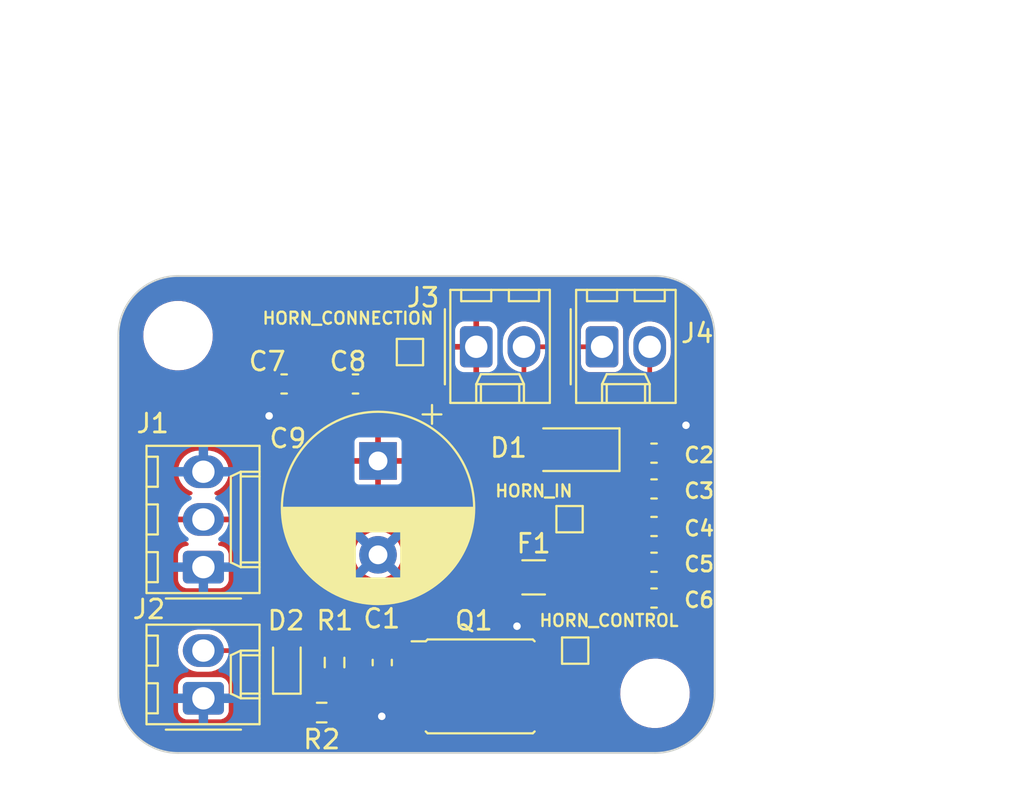
<source format=kicad_pcb>
(kicad_pcb (version 20221018) (generator pcbnew)
  (title_block (title "Horn Board") (date "2023-09-30") (rev "1.0") (company "Illini Solar Car") (comment 1 "Designed By: Emre Tan Anik"))
  (layers (0 "F.Cu" signal) (31 "B.Cu" signal) (34 "B.Paste" user) (35 "F.Paste" user) (36 "B.SilkS" user "B.Silkscreen") (37 "F.SilkS" user "F.Silkscreen") (38 "B.Mask" user) (39 "F.Mask" user) (44 "Edge.Cuts" user))
  (net 0 "")
  (net 1 "GND")
  (net 2 "/HORN_CONTROL")
  (net 3 "Net-(D2-K)")
  (net 4 "Net-(Q2-D)")
  (net 5 "/HORN_IN")
  (net 6 "+24V")
  (net 7 "Net-(J3-Pin_2)")
  (footprint "LED_SMD:LED_0603_1608Metric_Pad1.05x0.95mm_HandSolder" (layer "F.Cu") (at 62.945 103.135 90)
    (fp_text reference "D2" (at 2.235 -0.045 180) (layer "F.SilkS"))
    (fp_text value "LED")
    (fp_line (start -1.66 -0.735) (end -1.66 0.735) (stroke (width 0.12)) (layer "F.SilkS"))
    (fp_line (start -1.66 0.735) (end 0.8 0.735) (stroke (width 0.12)) (layer "F.SilkS"))
    (fp_line (start 0.8 -0.735) (end -1.66 -0.735) (stroke (width 0.12)) (layer "F.SilkS"))
    (pad "1" smd roundrect (at -0.875 0 90) (size 1.05 0.95) (layers "F.Cu" "F.Paste" "F.Mask") (net 3 "Net-(D2-K)"))
    (pad "2" smd roundrect (at 0.875 0 90) (size 1.05 0.95) (layers "F.Cu" "F.Paste" "F.Mask") (net 2 "/HORN_CONTROL"))
  )
  (footprint "Capacitor_SMD:C_0603_1608Metric_Pad1.08x0.95mm_HandSolder" (layer "F.Cu") (at 82.5 95.89 180)
    (fp_text reference "C4" (at -2.4 -0.105 180) (layer "F.SilkS") (effects (font (size 0.8 0.8))))
    (fp_text value "0.1uF")
    (fp_line (start -0.146267 -0.51) (end 0.146267 -0.51) (stroke (width 0.12)) (layer "F.SilkS"))
    (fp_line (start -0.146267 0.51) (end 0.146267 0.51) (stroke (width 0.12)) (layer "F.SilkS"))
    (pad "1" smd roundrect (at -0.8625 0 180) (size 1.075 0.95) (layers "F.Cu" "F.Paste" "F.Mask") (net 1 "GND"))
    (pad "2" smd roundrect (at 0.8625 0 180) (size 1.075 0.95) (layers "F.Cu" "F.Paste" "F.Mask") (net 6 "+24V"))
  )
  (footprint "Connector_Molex:Molex_KK-254_AE-6410-02A_1x02_P2.54mm_Vertical" (layer "F.Cu") (at 73.03 86.32)
    (fp_text reference "J3" (at -2.83 -2.62) (layer "F.SilkS"))
    (fp_text value "Conn_01x02")
    (fp_line (start -1.67 -2) (end -1.67 2) (stroke (width 0.12)) (layer "F.SilkS"))
    (fp_line (start -1.38 -3.03) (end -1.38 2.99) (stroke (width 0.12)) (layer "F.SilkS"))
    (fp_line (start -1.38 2.99) (end 3.92 2.99) (stroke (width 0.12)) (layer "F.SilkS"))
    (fp_line (start -0.8 -3.03) (end -0.8 -2.43) (stroke (width 0.12)) (layer "F.SilkS"))
    (fp_line (start -0.8 -2.43) (end 0.8 -2.43) (stroke (width 0.12)) (layer "F.SilkS"))
    (fp_line (start 0 1.99) (end 0.25 1.46) (stroke (width 0.12)) (layer "F.SilkS"))
    (fp_line (start 0 1.99) (end 2.54 1.99) (stroke (width 0.12)) (layer "F.SilkS"))
    (fp_line (start 0 2.99) (end 0 1.99) (stroke (width 0.12)) (layer "F.SilkS"))
    (fp_line (start 0.25 1.46) (end 2.29 1.46) (stroke (width 0.12)) (layer "F.SilkS"))
    (fp_line (start 0.25 2.99) (end 0.25 1.99) (stroke (width 0.12)) (layer "F.SilkS"))
    (fp_line (start 0.8 -2.43) (end 0.8 -3.03) (stroke (width 0.12)) (layer "F.SilkS"))
    (fp_line (start 1.74 -3.03) (end 1.74 -2.43) (stroke (width 0.12)) (layer "F.SilkS"))
    (fp_line (start 1.74 -2.43) (end 3.34 -2.43) (stroke (width 0.12)) (layer "F.SilkS"))
    (fp_line (start 2.29 1.46) (end 2.54 1.99) (stroke (width 0.12)) (layer "F.SilkS"))
    (fp_line (start 2.29 2.99) (end 2.29 1.99) (stroke (width 0.12)) (layer "F.SilkS"))
    (fp_line (start 2.54 1.99) (end 2.54 2.99) (stroke (width 0.12)) (layer "F.SilkS"))
    (fp_line (start 3.34 -2.43) (end 3.34 -3.03) (stroke (width 0.12)) (layer "F.SilkS"))
    (fp_line (start 3.92 -3.03) (end -1.38 -3.03) (stroke (width 0.12)) (layer "F.SilkS"))
    (fp_line (start 3.92 2.99) (end 3.92 -3.03) (stroke (width 0.12)) (layer "F.SilkS"))
    (pad "1" thru_hole roundrect (at 0 0) (size 1.74 2.19) (drill 1.19) (layers "*.Cu" "*.Mask") (roundrect_rratio 0.1436781609) (net 6 "+24V"))
    (pad "2" thru_hole oval (at 2.54 0) (size 1.74 2.19) (drill 1.19) (layers "*.Cu" "*.Mask") (net 7 "Net-(J3-Pin_2)"))
  )
  (footprint "TestPoint:TestPoint_Pad_1.0x1.0mm" (layer "F.Cu") (at 69.5 86.6)
    (fp_text reference "HORN_CONNECTION" (at -3.3 -1.8) (layer "F.SilkS") (effects (font (size 0.635 0.635) (thickness 0.127) bold)))
    (fp_text value "TestPoint_Pad_1.0x1.0mm")
    (fp_line (start -0.7 -0.7) (end 0.7 -0.7) (stroke (width 0.12)) (layer "F.SilkS"))
    (fp_line (start -0.7 0.7) (end -0.7 -0.7) (stroke (width 0.12)) (layer "F.SilkS"))
    (fp_line (start 0.7 -0.7) (end 0.7 0.7) (stroke (width 0.12)) (layer "F.SilkS"))
    (fp_line (start 0.7 0.7) (end -0.7 0.7) (stroke (width 0.12)) (layer "F.SilkS"))
    (pad "1" smd rect (at 0 0) (size 1 1) (layers "F.Cu" "F.Mask") (net 7 "Net-(J3-Pin_2)"))
  )
  (footprint "Capacitor_SMD:C_0603_1608Metric_Pad1.08x0.95mm_HandSolder" (layer "F.Cu") (at 68.025 103.135 90)
    (fp_text reference "C1" (at 2.335 -0.025 180) (layer "F.SilkS"))
    (fp_text value "0.1uF")
    (fp_line (start -0.146267 -0.51) (end 0.146267 -0.51) (stroke (width 0.12)) (layer "F.SilkS"))
    (fp_line (start -0.146267 0.51) (end 0.146267 0.51) (stroke (width 0.12)) (layer "F.SilkS"))
    (pad "1" smd roundrect (at -0.8625 0 90) (size 1.075 0.95) (layers "F.Cu" "F.Paste" "F.Mask") (net 1 "GND"))
    (pad "2" smd roundrect (at 0.8625 0 90) (size 1.075 0.95) (layers "F.Cu" "F.Paste" "F.Mask") (net 2 "/HORN_CONTROL"))
  )
  (footprint "Capacitor_SMD:C_0603_1608Metric_Pad1.08x0.95mm_HandSolder" (layer "F.Cu") (at 82.5 97.795 180)
    (fp_text reference "C5" (at -2.4 -0.105 180) (layer "F.SilkS") (effects (font (size 0.8 0.8))))
    (fp_text value "1uF")
    (fp_line (start -0.146267 -0.51) (end 0.146267 -0.51) (stroke (width 0.12)) (layer "F.SilkS"))
    (fp_line (start -0.146267 0.51) (end 0.146267 0.51) (stroke (width 0.12)) (layer "F.SilkS"))
    (pad "1" smd roundrect (at -0.8625 0 180) (size 1.075 0.95) (layers "F.Cu" "F.Paste" "F.Mask") (net 1 "GND"))
    (pad "2" smd roundrect (at 0.8625 0 180) (size 1.075 0.95) (layers "F.Cu" "F.Paste" "F.Mask") (net 6 "+24V"))
  )
  (footprint "MountingHole:MountingHole_3.2mm_M3" (layer "F.Cu") (at 82.55 104.775)
    (fp_text reference "REF**" hide)
    (fp_text value "MountingHole_3.2mm_M3")
    (pad "" np_thru_hole circle (at 0 0) (size 3.2 3.2) (drill 3.2) (layers "*.Cu" "*.Mask"))
  )
  (footprint "Diode_SMD:D_1206_3216Metric_Pad1.42x1.75mm_HandSolder" (layer "F.Cu") (at 78.2 91.8 180)
    (fp_text reference "D1" (at 3.45 0.1) (layer "F.SilkS"))
    (fp_text value "ES2DA-13-F ")
    (fp_line (start -2.46 -1.135) (end -2.46 1.135) (stroke (width 0.12)) (layer "F.SilkS"))
    (fp_line (start -2.46 1.135) (end 1.6 1.135) (stroke (width 0.12)) (layer "F.SilkS"))
    (fp_line (start 1.6 -1.135) (end -2.46 -1.135) (stroke (width 0.12)) (layer "F.SilkS"))
    (pad "1" smd roundrect (at -1.4875 0 180) (size 1.425 1.75) (layers "F.Cu" "F.Paste" "F.Mask") (roundrect_rratio 0.1754392982) (net 5 "/HORN_IN"))
    (pad "2" smd roundrect (at 1.4875 0 180) (size 1.425 1.75) (layers "F.Cu" "F.Paste" "F.Mask") (roundrect_rratio 0.1754392982) (net 6 "+24V"))
  )
  (footprint "Package_DirectFET:DirectFET_MT" (layer "F.Cu") (at 73.24 104.405)
    (fp_text reference "Q1" (at -0.34 -3.5) (layer "F.SilkS"))
    (fp_text value "IRFR010PBF ")
    (fp_line (start -3.65 -2.4) (end -2.9 -2.4) (stroke (width 0.12)) (layer "F.SilkS"))
    (fp_line (start -2.9 -2.4) (end -2.8 -2.5) (stroke (width 0.12)) (layer "F.SilkS"))
    (fp_line (start -2.8 -2.5) (end 2.8 -2.5) (stroke (width 0.12)) (layer "F.SilkS"))
    (fp_line (start -2.8 2.5) (end -2.9 2.4) (stroke (width 0.12)) (layer "F.SilkS"))
    (fp_line (start 2.8 -2.5) (end 2.9 -2.4) (stroke (width 0.12)) (layer "F.SilkS"))
    (fp_line (start 2.8 2.5) (end -2.8 2.5) (stroke (width 0.12)) (layer "F.SilkS"))
    (fp_line (start 2.9 2.4) (end 2.8 2.5) (stroke (width 0.12)) (layer "F.SilkS"))
    (pad "1" smd rect (at -3.205 -1.175) (size 0.9 1.85) (layers "F.Cu" "F.Paste" "F.Mask") (net 2 "/HORN_CONTROL"))
    (pad "1" smd rect (at -3.205 1.175) (size 0.9 1.85) (layers "F.Cu" "F.Paste" "F.Mask") (net 2 "/HORN_CONTROL"))
    (pad "1" smd rect (at 3.205 -1.175) (size 0.9 1.85) (layers "F.Cu" "F.Paste" "F.Mask") (net 2 "/HORN_CONTROL"))
    (pad "1" smd rect (at 3.205 1.175) (size 0.9 1.85) (layers "F.Cu" "F.Paste" "F.Mask") (net 2 "/HORN_CONTROL"))
    (pad "2" smd rect (at -1.405 0) (size 0.85 0.95) (layers "F.Cu" "F.Paste" "F.Mask") (net 4 "Net-(Q2-D)"))
    (pad "3" smd rect (at 0.695 -0.825) (size 1.85 1.05) (layers "F.Cu" "F.Paste" "F.Mask") (net 1 "GND"))
    (pad "3" smd rect (at 0.695 0.825) (size 1.85 1.05) (layers "F.Cu" "F.Paste" "F.Mask") (net 1 "GND"))
  )
  (footprint "Capacitor_SMD:C_0603_1608Metric_Pad1.08x0.95mm_HandSolder" (layer "F.Cu") (at 82.5 99.7 180)
    (fp_text reference "C6" (at -2.4 -0.105 180) (layer "F.SilkS") (effects (font (size 0.8 0.8))))
    (fp_text value "1uF")
    (fp_line (start -0.146267 -0.51) (end 0.146267 -0.51) (stroke (width 0.12)) (layer "F.SilkS"))
    (fp_line (start -0.146267 0.51) (end 0.146267 0.51) (stroke (width 0.12)) (layer "F.SilkS"))
    (pad "1" smd roundrect (at -0.8625 0 180) (size 1.075 0.95) (layers "F.Cu" "F.Paste" "F.Mask") (net 1 "GND"))
    (pad "2" smd roundrect (at 0.8625 0 180) (size 1.075 0.95) (layers "F.Cu" "F.Paste" "F.Mask") (net 6 "+24V"))
  )
  (footprint "Fuse:Fuse_1206_3216Metric_Pad1.42x1.75mm_HandSolder" (layer "F.Cu") (at 76.0875 98.6)
    (fp_text reference "F1" (at 0 -1.8) (layer "F.SilkS"))
    (fp_text value "2A Fuse")
    (fp_line (start -0.602064 -0.91) (end 0.602064 -0.91) (stroke (width 0.12)) (layer "F.SilkS"))
    (fp_line (start -0.602064 0.91) (end 0.602064 0.91) (stroke (width 0.12)) (layer "F.SilkS"))
    (pad "1" smd roundrect (at -1.4875 0) (size 1.425 1.75) (layers "F.Cu" "F.Paste" "F.Mask") (roundrect_rratio 0.1754392982) (net 4 "Net-(Q2-D)"))
    (pad "2" smd roundrect (at 1.4875 0) (size 1.425 1.75) (layers "F.Cu" "F.Paste" "F.Mask") (roundrect_rratio 0.1754392982) (net 5 "/HORN_IN"))
  )
  (footprint "TestPoint:TestPoint_Pad_1.0x1.0mm" (layer "F.Cu") (at 78 95.5)
    (fp_text reference "HORN_IN" (at -1.9 -1.5) (layer "F.SilkS") (effects (font (size 0.635 0.635) (thickness 0.127) bold)))
    (fp_text value "TestPoint_Pad_1.0x1.0mm")
    (fp_line (start -0.7 -0.7) (end 0.7 -0.7) (stroke (width 0.12)) (layer "F.SilkS"))
    (fp_line (start -0.7 0.7) (end -0.7 -0.7) (stroke (width 0.12)) (layer "F.SilkS"))
    (fp_line (start 0.7 -0.7) (end 0.7 0.7) (stroke (width 0.12)) (layer "F.SilkS"))
    (fp_line (start 0.7 0.7) (end -0.7 0.7) (stroke (width 0.12)) (layer "F.SilkS"))
    (pad "1" smd rect (at 0 0) (size 1 1) (layers "F.Cu" "F.Mask") (net 5 "/HORN_IN"))
  )
  (footprint "Capacitor_SMD:C_0603_1608Metric_Pad1.08x0.95mm_HandSolder" (layer "F.Cu") (at 62.8 88.3)
    (fp_text reference "C7" (at -0.9 -1.2) (layer "F.SilkS"))
    (fp_text value "10uF")
    (fp_line (start -0.146267 -0.51) (end 0.146267 -0.51) (stroke (width 0.12)) (layer "F.SilkS"))
    (fp_line (start -0.146267 0.51) (end 0.146267 0.51) (stroke (width 0.12)) (layer "F.SilkS"))
    (pad "1" smd roundrect (at -0.8625 0) (size 1.075 0.95) (layers "F.Cu" "F.Paste" "F.Mask") (net 1 "GND"))
    (pad "2" smd roundrect (at 0.8625 0) (size 1.075 0.95) (layers "F.Cu" "F.Paste" "F.Mask") (net 6 "+24V"))
  )
  (footprint "Connector_Molex:Molex_KK-254_AE-6410-03A_1x03_P2.54mm_Vertical" (layer "F.Cu") (at 58.5 98.055 90)
    (fp_text reference "J1" (at 7.655 -2.7 180) (layer "F.SilkS"))
    (fp_text value "Conn_01x03")
    (fp_line (start -1.67 -2) (end -1.67 2) (stroke (width 0.12)) (layer "F.SilkS"))
    (fp_line (start -1.38 -3.03) (end -1.38 2.99) (stroke (width 0.12)) (layer "F.SilkS"))
    (fp_line (start -1.38 2.99) (end 6.46 2.99) (stroke (width 0.12)) (layer "F.SilkS"))
    (fp_line (start -0.8 -3.03) (end -0.8 -2.43) (stroke (width 0.12)) (layer "F.SilkS"))
    (fp_line (start -0.8 -2.43) (end 0.8 -2.43) (stroke (width 0.12)) (layer "F.SilkS"))
    (fp_line (start 0 1.99) (end 0.25 1.46) (stroke (width 0.12)) (layer "F.SilkS"))
    (fp_line (start 0 1.99) (end 5.08 1.99) (stroke (width 0.12)) (layer "F.SilkS"))
    (fp_line (start 0 2.99) (end 0 1.99) (stroke (width 0.12)) (layer "F.SilkS"))
    (fp_line (start 0.25 1.46) (end 4.83 1.46) (stroke (width 0.12)) (layer "F.SilkS"))
    (fp_line (start 0.25 2.99) (end 0.25 1.99) (stroke (width 0.12)) (layer "F.SilkS"))
    (fp_line (start 0.8 -2.43) (end 0.8 -3.03) (stroke (width 0.12)) (layer "F.SilkS"))
    (fp_line (start 1.74 -3.03) (end 1.74 -2.43) (stroke (width 0.12)) (layer "F.SilkS"))
    (fp_line (start 1.74 -2.43) (end 3.34 -2.43) (stroke (width 0.12)) (layer "F.SilkS"))
    (fp_line (start 3.34 -2.43) (end 3.34 -3.03) (stroke (width 0.12)) (layer "F.SilkS"))
    (fp_line (start 4.28 -3.03) (end 4.28 -2.43) (stroke (width 0.12)) (layer "F.SilkS"))
    (fp_line (start 4.28 -2.43) (end 5.88 -2.43) (stroke (width 0.12)) (layer "F.SilkS"))
    (fp_line (start 4.83 1.46) (end 5.08 1.99) (stroke (width 0.12)) (layer "F.SilkS"))
    (fp_line (start 4.83 2.99) (end 4.83 1.99) (stroke (width 0.12)) (layer "F.SilkS"))
    (fp_line (start 5.08 1.99) (end 5.08 2.99) (stroke (width 0.12)) (layer "F.SilkS"))
    (fp_line (start 5.88 -2.43) (end 5.88 -3.03) (stroke (width 0.12)) (layer "F.SilkS"))
    (fp_line (start 6.46 -3.03) (end -1.38 -3.03) (stroke (width 0.12)) (layer "F.SilkS"))
    (fp_line (start 6.46 2.99) (end 6.46 -3.03) (stroke (width 0.12)) (layer "F.SilkS"))
    (pad "1" thru_hole roundrect (at 0 0 90) (size 1.74 2.19) (drill 1.19) (layers "*.Cu" "*.Mask") (roundrect_rratio 0.1436781609) (net 1 "GND"))
    (pad "2" thru_hole oval (at 2.54 0 90) (size 1.74 2.19) (drill 1.19) (layers "*.Cu" "*.Mask") (net 6 "+24V"))
    (pad "3" thru_hole oval (at 5.08 0 90) (size 1.74 2.19) (drill 1.19) (layers "*.Cu" "*.Mask") (net 1 "GND"))
  )
  (footprint "Resistor_SMD:R_0603_1608Metric_Pad0.98x0.95mm_HandSolder" (layer "F.Cu") (at 64.8 105.8 180)
    (fp_text reference "R2" (at 0 -1.43) (layer "F.SilkS"))
    (fp_text value "1K")
    (fp_line (start -0.254724 -0.5225) (end 0.254724 -0.5225) (stroke (width 0.12)) (layer "F.SilkS"))
    (fp_line (start -0.254724 0.5225) (end 0.254724 0.5225) (stroke (width 0.12)) (layer "F.SilkS"))
    (pad "1" smd roundrect (at -0.9125 0 180) (size 0.975 0.95) (layers "F.Cu" "F.Paste" "F.Mask") (net 1 "GND"))
    (pad "2" smd roundrect (at 0.9125 0 180) (size 0.975 0.95) (layers "F.Cu" "F.Paste" "F.Mask") (net 3 "Net-(D2-K)"))
  )
  (footprint "Capacitor_SMD:C_0603_1608Metric_Pad1.08x0.95mm_HandSolder" (layer "F.Cu") (at 82.5 91.985 180)
    (fp_text reference "C2" (at -2.4 -0.105 180) (layer "F.SilkS") (effects (font (size 0.8 0.8))))
    (fp_text value "0.1uF")
    (fp_line (start -0.146267 -0.51) (end 0.146267 -0.51) (stroke (width 0.12)) (layer "F.SilkS"))
    (fp_line (start -0.146267 0.51) (end 0.146267 0.51) (stroke (width 0.12)) (layer "F.SilkS"))
    (pad "1" smd roundrect (at -0.8625 0 180) (size 1.075 0.95) (layers "F.Cu" "F.Paste" "F.Mask") (net 1 "GND"))
    (pad "2" smd roundrect (at 0.8625 0 180) (size 1.075 0.95) (layers "F.Cu" "F.Paste" "F.Mask") (net 6 "+24V"))
  )
  (footprint "Connector_Molex:Molex_KK-254_AE-6410-02A_1x02_P2.54mm_Vertical" (layer "F.Cu") (at 58.5 105.04 90)
    (fp_text reference "J2" (at 4.74 -2.9 180) (layer "F.SilkS"))
    (fp_text value "Conn_01x02")
    (fp_line (start -1.67 -2) (end -1.67 2) (stroke (width 0.12)) (layer "F.SilkS"))
    (fp_line (start -1.38 -3.03) (end -1.38 2.99) (stroke (width 0.12)) (layer "F.SilkS"))
    (fp_line (start -1.38 2.99) (end 3.92 2.99) (stroke (width 0.12)) (layer "F.SilkS"))
    (fp_line (start -0.8 -3.03) (end -0.8 -2.43) (stroke (width 0.12)) (layer "F.SilkS"))
    (fp_line (start -0.8 -2.43) (end 0.8 -2.43) (stroke (width 0.12)) (layer "F.SilkS"))
    (fp_line (start 0 1.99) (end 0.25 1.46) (stroke (width 0.12)) (layer "F.SilkS"))
    (fp_line (start 0 1.99) (end 2.54 1.99) (stroke (width 0.12)) (layer "F.SilkS"))
    (fp_line (start 0 2.99) (end 0 1.99) (stroke (width 0.12)) (layer "F.SilkS"))
    (fp_line (start 0.25 1.46) (end 2.29 1.46) (stroke (width 0.12)) (layer "F.SilkS"))
    (fp_line (start 0.25 2.99) (end 0.25 1.99) (stroke (width 0.12)) (layer "F.SilkS"))
    (fp_line (start 0.8 -2.43) (end 0.8 -3.03) (stroke (width 0.12)) (layer "F.SilkS"))
    (fp_line (start 1.74 -3.03) (end 1.74 -2.43) (stroke (width 0.12)) (layer "F.SilkS"))
    (fp_line (start 1.74 -2.43) (end 3.34 -2.43) (stroke (width 0.12)) (layer "F.SilkS"))
    (fp_line (start 2.29 1.46) (end 2.54 1.99) (stroke (width 0.12)) (layer "F.SilkS"))
    (fp_line (start 2.29 2.99) (end 2.29 1.99) (stroke (width 0.12)) (layer "F.SilkS"))
    (fp_line (start 2.54 1.99) (end 2.54 2.99) (stroke (width 0.12)) (layer "F.SilkS"))
    (fp_line (start 3.34 -2.43) (end 3.34 -3.03) (stroke (width 0.12)) (layer "F.SilkS"))
    (fp_line (start 3.92 -3.03) (end -1.38 -3.03) (stroke (width 0.12)) (layer "F.SilkS"))
    (fp_line (start 3.92 2.99) (end 3.92 -3.03) (stroke (width 0.12)) (layer "F.SilkS"))
    (pad "1" thru_hole roundrect (at 0 0 90) (size 1.74 2.19) (drill 1.19) (layers "*.Cu" "*.Mask") (roundrect_rratio 0.1436781609) (net 1 "GND"))
    (pad "2" thru_hole oval (at 2.54 0 90) (size 1.74 2.19) (drill 1.19) (layers "*.Cu" "*.Mask") (net 2 "/HORN_CONTROL"))
  )
  (footprint "Capacitor_SMD:C_0603_1608Metric_Pad1.08x0.95mm_HandSolder" (layer "F.Cu") (at 66.6 88.3)
    (fp_text reference "C8" (at -0.4 -1.2) (layer "F.SilkS"))
    (fp_text value "10uF")
    (fp_line (start -0.146267 -0.51) (end 0.146267 -0.51) (stroke (width 0.12)) (layer "F.SilkS"))
    (fp_line (start -0.146267 0.51) (end 0.146267 0.51) (stroke (width 0.12)) (layer "F.SilkS"))
    (pad "1" smd roundrect (at -0.8625 0) (size 1.075 0.95) (layers "F.Cu" "F.Paste" "F.Mask") (net 1 "GND"))
    (pad "2" smd roundrect (at 0.8625 0) (size 1.075 0.95) (layers "F.Cu" "F.Paste" "F.Mask") (net 6 "+24V"))
  )
  (footprint "MountingHole:MountingHole_3.2mm_M3" (layer "F.Cu") (at 57.15 85.725)
    (fp_text reference "REF**" hide)
    (fp_text value "MountingHole_3.2mm_M3")
    (pad "" np_thru_hole circle (at 0 0) (size 3.2 3.2) (drill 3.2) (layers "*.Cu" "*.Mask"))
  )
  (footprint "TestPoint:TestPoint_Pad_1.0x1.0mm" (layer "F.Cu") (at 78.3 102.5)
    (fp_text reference "HORN_CONTROL" (at 1.8 -1.6) (layer "F.SilkS") (effects (font (size 0.635 0.635) (thickness 0.127) bold)))
    (fp_text value "TestPoint_Pad_1.0x1.0mm")
    (fp_line (start -0.7 -0.7) (end 0.7 -0.7) (stroke (width 0.12)) (layer "F.SilkS"))
    (fp_line (start -0.7 0.7) (end -0.7 -0.7) (stroke (width 0.12)) (layer "F.SilkS"))
    (fp_line (start 0.7 -0.7) (end 0.7 0.7) (stroke (width 0.12)) (layer "F.SilkS"))
    (fp_line (start 0.7 0.7) (end -0.7 0.7) (stroke (width 0.12)) (layer "F.SilkS"))
    (pad "1" smd rect (at 0 0) (size 1 1) (layers "F.Cu" "F.Mask") (net 2 "/HORN_CONTROL"))
  )
  (footprint "Resistor_SMD:R_0603_1608Metric_Pad0.98x0.95mm_HandSolder" (layer "F.Cu") (at 65.485 103.135 90)
    (fp_text reference "R1" (at 2.235 0.015 180) (layer "F.SilkS"))
    (fp_text value "1K")
    (fp_line (start -0.254724 -0.5225) (end 0.254724 -0.5225) (stroke (width 0.12)) (layer "F.SilkS"))
    (fp_line (start -0.254724 0.5225) (end 0.254724 0.5225) (stroke (width 0.12)) (layer "F.SilkS"))
    (pad "1" smd roundrect (at -0.9125 0 90) (size 0.975 0.95) (layers "F.Cu" "F.Paste" "F.Mask") (net 1 "GND"))
    (pad "2" smd roundrect (at 0.9125 0 90) (size 0.975 0.95) (layers "F.Cu" "F.Paste" "F.Mask") (net 2 "/HORN_CONTROL"))
  )
  (footprint "Connector_Molex:Molex_KK-254_AE-6410-02A_1x02_P2.54mm_Vertical" (layer "F.Cu") (at 79.73 86.32)
    (fp_text reference "J4" (at 5.07 -0.72) (layer "F.SilkS"))
    (fp_text value "Conn_01x02")
    (fp_line (start -1.67 -2) (end -1.67 2) (stroke (width 0.12)) (layer "F.SilkS"))
    (fp_line (start -1.38 -3.03) (end -1.38 2.99) (stroke (width 0.12)) (layer "F.SilkS"))
    (fp_line (start -1.38 2.99) (end 3.92 2.99) (stroke (width 0.12)) (layer "F.SilkS"))
    (fp_line (start -0.8 -3.03) (end -0.8 -2.43) (stroke (width 0.12)) (layer "F.SilkS"))
    (fp_line (start -0.8 -2.43) (end 0.8 -2.43) (stroke (width 0.12)) (layer "F.SilkS"))
    (fp_line (start 0 1.99) (end 0.25 1.46) (stroke (width 0.12)) (layer "F.SilkS"))
    (fp_line (start 0 1.99) (end 2.54 1.99) (stroke (width 0.12)) (layer "F.SilkS"))
    (fp_line (start 0 2.99) (end 0 1.99) (stroke (width 0.12)) (layer "F.SilkS"))
    (fp_line (start 0.25 1.46) (end 2.29 1.46) (stroke (width 0.12)) (layer "F.SilkS"))
    (fp_line (start 0.25 2.99) (end 0.25 1.99) (stroke (width 0.12)) (layer "F.SilkS"))
    (fp_line (start 0.8 -2.43) (end 0.8 -3.03) (stroke (width 0.12)) (layer "F.SilkS"))
    (fp_line (start 1.74 -3.03) (end 1.74 -2.43) (stroke (width 0.12)) (layer "F.SilkS"))
    (fp_line (start 1.74 -2.43) (end 3.34 -2.43) (stroke (width 0.12)) (layer "F.SilkS"))
    (fp_line (start 2.29 1.46) (end 2.54 1.99) (stroke (width 0.12)) (layer "F.SilkS"))
    (fp_line (start 2.29 2.99) (end 2.29 1.99) (stroke (width 0.12)) (layer "F.SilkS"))
    (fp_line (start 2.54 1.99) (end 2.54 2.99) (stroke (width 0.12)) (layer "F.SilkS"))
    (fp_line (start 3.34 -2.43) (end 3.34 -3.03) (stroke (width 0.12)) (layer "F.SilkS"))
    (fp_line (start 3.92 -3.03) (end -1.38 -3.03) (stroke (width 0.12)) (layer "F.SilkS"))
    (fp_line (start 3.92 2.99) (end 3.92 -3.03) (stroke (width 0.12)) (layer "F.SilkS"))
    (pad "1" thru_hole roundrect (at 0 0) (size 1.74 2.19) (drill 1.19) (layers "*.Cu" "*.Mask") (roundrect_rratio 0.1436781609) (net 7 "Net-(J3-Pin_2)"))
    (pad "2" thru_hole oval (at 2.54 0) (size 1.74 2.19) (drill 1.19) (layers "*.Cu" "*.Mask") (net 5 "/HORN_IN"))
  )
  (footprint "Capacitor_SMD:C_0603_1608Metric_Pad1.08x0.95mm_HandSolder" (layer "F.Cu") (at 82.5 93.89 180)
    (fp_text reference "C3" (at -2.4 -0.105 180) (layer "F.SilkS") (effects (font (size 0.8 0.8))))
    (fp_text value "0.1uF")
    (fp_line (start -0.146267 -0.51) (end 0.146267 -0.51) (stroke (width 0.12)) (layer "F.SilkS"))
    (fp_line (start -0.146267 0.51) (end 0.146267 0.51) (stroke (width 0.12)) (layer "F.SilkS"))
    (pad "1" smd roundrect (at -0.8625 0 180) (size 1.075 0.95) (layers "F.Cu" "F.Paste" "F.Mask") (net 1 "GND"))
    (pad "2" smd roundrect (at 0.8625 0 180) (size 1.075 0.95) (layers "F.Cu" "F.Paste" "F.Mask") (net 6 "+24V"))
  )
  (footprint "Capacitor_THT:CP_Radial_D10.0mm_P5.00mm" (layer "F.Cu") (at 67.8 92.4 -90)
    (fp_text reference "C9" (at -1.2 4.8 -180) (layer "F.SilkS"))
    (fp_text value "100uF")
    (fp_line (start -2.979646 -2.875) (end -1.979646 -2.875) (stroke (width 0.12)) (layer "F.SilkS"))
    (fp_line (start -2.479646 -3.375) (end -2.479646 -2.375) (stroke (width 0.12)) (layer "F.SilkS"))
    (fp_line (start 2.5 -5.08) (end 2.5 5.08) (stroke (width 0.12)) (layer "F.SilkS"))
    (fp_line (start 2.54 -5.08) (end 2.54 5.08) (stroke (width 0.12)) (layer "F.SilkS"))
    (fp_line (start 2.58 -5.08) (end 2.58 5.08) (stroke (width 0.12)) (layer "F.SilkS"))
    (fp_line (start 2.62 -5.079) (end 2.62 5.079) (stroke (width 0.12)) (layer "F.SilkS"))
    (fp_line (start 2.66 -5.078) (end 2.66 5.078) (stroke (width 0.12)) (layer "F.SilkS"))
    (fp_line (start 2.7 -5.077) (end 2.7 5.077) (stroke (width 0.12)) (layer "F.SilkS"))
    (fp_line (start 2.74 -5.075) (end 2.74 5.075) (stroke (width 0.12)) (layer "F.SilkS"))
    (fp_line (start 2.78 -5.073) (end 2.78 5.073) (stroke (width 0.12)) (layer "F.SilkS"))
    (fp_line (start 2.82 -5.07) (end 2.82 5.07) (stroke (width 0.12)) (layer "F.SilkS"))
    (fp_line (start 2.86 -5.068) (end 2.86 5.068) (stroke (width 0.12)) (layer "F.SilkS"))
    (fp_line (start 2.9 -5.065) (end 2.9 5.065) (stroke (width 0.12)) (layer "F.SilkS"))
    (fp_line (start 2.94 -5.062) (end 2.94 5.062) (stroke (width 0.12)) (layer "F.SilkS"))
    (fp_line (start 2.98 -5.058) (end 2.98 5.058) (stroke (width 0.12)) (layer "F.SilkS"))
    (fp_line (start 3.02 -5.054) (end 3.02 5.054) (stroke (width 0.12)) (layer "F.SilkS"))
    (fp_line (start 3.06 -5.05) (end 3.06 5.05) (stroke (width 0.12)) (layer "F.SilkS"))
    (fp_line (start 3.1 -5.045) (end 3.1 5.045) (stroke (width 0.12)) (layer "F.SilkS"))
    (fp_line (start 3.14 -5.04) (end 3.14 5.04) (stroke (width 0.12)) (layer "F.SilkS"))
    (fp_line (start 3.18 -5.035) (end 3.18 5.035) (stroke (width 0.12)) (layer "F.SilkS"))
    (fp_line (start 3.221 -5.03) (end 3.221 5.03) (stroke (width 0.12)) (layer "F.SilkS"))
    (fp_line (start 3.261 -5.024) (end 3.261 5.024) (stroke (width 0.12)) (layer "F.SilkS"))
    (fp_line (start 3.301 -5.018) (end 3.301 5.018) (stroke (width 0.12)) (layer "F.SilkS"))
    (fp_line (start 3.341 -5.011) (end 3.341 5.011) (stroke (width 0.12)) (layer "F.SilkS"))
    (fp_line (start 3.381 -5.004) (end 3.381 5.004) (stroke (width 0.12)) (layer "F.SilkS"))
    (fp_line (start 3.421 -4.997) (end 3.421 4.997) (stroke (width 0.12)) (layer "F.SilkS"))
    (fp_line (start 3.461 -4.99) (end 3.461 4.99) (stroke (width 0.12)) (layer "F.SilkS"))
    (fp_line (start 3.501 -4.982) (end 3.501 4.982) (stroke (width 0.12)) (layer "F.SilkS"))
    (fp_line (start 3.541 -4.974) (end 3.541 4.974) (stroke (width 0.12)) (layer "F.SilkS"))
    (fp_line (start 3.581 -4.965) (end 3.581 4.965) (stroke (width 0.12)) (layer "F.SilkS"))
    (fp_line (start 3.621 -4.956) (end 3.621 4.956) (stroke (width 0.12)) (layer "F.SilkS"))
    (fp_line (start 3.661 -4.947) (end 3.661 4.947) (stroke (width 0.12)) (layer "F.SilkS"))
    (fp_line (start 3.701 -4.938) (end 3.701 4.938) (stroke (width 0.12)) (layer "F.SilkS"))
    (fp_line (start 3.741 -4.928) (end 3.741 4.928) (stroke (width 0.12)) (layer "F.SilkS"))
    (fp_line (start 3.781 -4.918) (end 3.781 -1.241) (stroke (width 0.12)) (layer "F.SilkS"))
    (fp_line (start 3.781 1.241) (end 3.781 4.918) (stroke (width 0.12)) (layer "F.SilkS"))
    (fp_line (start 3.821 -4.907) (end 3.821 -1.241) (stroke (width 0.12)) (layer "F.SilkS"))
    (fp_line (start 3.821 1.241) (end 3.821 4.907) (stroke (width 0.12)) (layer "F.SilkS"))
    (fp_line (start 3.861 -4.897) (end 3.861 -1.241) (stroke (width 0.12)) (layer "F.SilkS"))
    (fp_line (start 3.861 1.241) (end 3.861 4.897) (stroke (width 0.12)) (layer "F.SilkS"))
    (fp_line (start 3.901 -4.885) (end 3.901 -1.241) (stroke (width 0.12)) (layer "F.SilkS"))
    (fp_line (start 3.901 1.241) (end 3.901 4.885) (stroke (width 0.12)) (layer "F.SilkS"))
    (fp_line (start 3.941 -4.874) (end 3.941 -1.241) (stroke (width 0.12)) (layer "F.SilkS"))
    (fp_line (start 3.941 1.241) (end 3.941 4.874) (stroke (width 0.12)) (layer "F.SilkS"))
    (fp_line (start 3.981 -4.862) (end 3.981 -1.241) (stroke (width 0.12)) (layer "F.SilkS"))
    (fp_line (start 3.981 1.241) (end 3.981 4.862) (stroke (width 0.12)) (layer "F.SilkS"))
    (fp_line (start 4.021 -4.85) (end 4.021 -1.241) (stroke (width 0.12)) (layer "F.SilkS"))
    (fp_line (start 4.021 1.241) (end 4.021 4.85) (stroke (width 0.12)) (layer "F.SilkS"))
    (fp_line (start 4.061 -4.837) (end 4.061 -1.241) (stroke (width 0.12)) (layer "F.SilkS"))
    (fp_line (start 4.061 1.241) (end 4.061 4.837) (stroke (width 0.12)) (layer "F.SilkS"))
    (fp_line (start 4.101 -4.824) (end 4.101 -1.241) (stroke (width 0.12)) (layer "F.SilkS"))
    (fp_line (start 4.101 1.241) (end 4.101 4.824) (stroke (width 0.12)) (layer "F.SilkS"))
    (fp_line (start 4.141 -4.811) (end 4.141 -1.241) (stroke (width 0.12)) (layer "F.SilkS"))
    (fp_line (start 4.141 1.241) (end 4.141 4.811) (stroke (width 0.12)) (layer "F.SilkS"))
    (fp_line (start 4.181 -4.797) (end 4.181 -1.241) (stroke (width 0.12)) (layer "F.SilkS"))
    (fp_line (start 4.181 1.241) (end 4.181 4.797) (stroke (width 0.12)) (layer "F.SilkS"))
    (fp_line (start 4.221 -4.783) (end 4.221 -1.241) (stroke (width 0.12)) (layer "F.SilkS"))
    (fp_line (start 4.221 1.241) (end 4.221 4.783) (stroke (width 0.12)) (layer "F.SilkS"))
    (fp_line (start 4.261 -4.768) (end 4.261 -1.241) (stroke (width 0.12)) (layer "F.SilkS"))
    (fp_line (start 4.261 1.241) (end 4.261 4.768) (stroke (width 0.12)) (layer "F.SilkS"))
    (fp_line (start 4.301 -4.754) (end 4.301 -1.241) (stroke (width 0.12)) (layer "F.SilkS"))
    (fp_line (start 4.301 1.241) (end 4.301 4.754) (stroke (width 0.12)) (layer "F.SilkS"))
    (fp_line (start 4.341 -4.738) (end 4.341 -1.241) (stroke (width 0.12)) (layer "F.SilkS"))
    (fp_line (start 4.341 1.241) (end 4.341 4.738) (stroke (width 0.12)) (layer "F.SilkS"))
    (fp_line (start 4.381 -4.723) (end 4.381 -1.241) (stroke (width 0.12)) (layer "F.SilkS"))
    (fp_line (start 4.381 1.241) (end 4.381 4.723) (stroke (width 0.12)) (layer "F.SilkS"))
    (fp_line (start 4.421 -4.707) (end 4.421 -1.241) (stroke (width 0.12)) (layer "F.SilkS"))
    (fp_line (start 4.421 1.241) (end 4.421 4.707) (stroke (width 0.12)) (layer "F.SilkS"))
    (fp_line (start 4.461 -4.69) (end 4.461 -1.241) (stroke (width 0.12)) (layer "F.SilkS"))
    (fp_line (start 4.461 1.241) (end 4.461 4.69) (stroke (width 0.12)) (layer "F.SilkS"))
    (fp_line (start 4.501 -4.674) (end 4.501 -1.241) (stroke (width 0.12)) (layer "F.SilkS"))
    (fp_line (start 4.501 1.241) (end 4.501 4.674) (stroke (width 0.12)) (layer "F.SilkS"))
    (fp_line (start 4.541 -4.657) (end 4.541 -1.241) (stroke (width 0.12)) (layer "F.SilkS"))
    (fp_line (start 4.541 1.241) (end 4.541 4.657) (stroke (width 0.12)) (layer "F.SilkS"))
    (fp_line (start 4.581 -4.639) (end 4.581 -1.241) (stroke (width 0.12)) (layer "F.SilkS"))
    (fp_line (start 4.581 1.241) (end 4.581 4.639) (stroke (width 0.12)) (layer "F.SilkS"))
    (fp_line (start 4.621 -4.621) (end 4.621 -1.241) (stroke (width 0.12)) (layer "F.SilkS"))
    (fp_line (start 4.621 1.241) (end 4.621 4.621) (stroke (width 0.12)) (layer "F.SilkS"))
    (fp_line (start 4.661 -4.603) (end 4.661 -1.241) (stroke (width 0.12)) (layer "F.SilkS"))
    (fp_line (start 4.661 1.241) (end 4.661 4.603) (stroke (width 0.12)) (layer "F.SilkS"))
    (fp_line (start 4.701 -4.584) (end 4.701 -1.241) (stroke (width 0.12)) (layer "F.SilkS"))
    (fp_line (start 4.701 1.241) (end 4.701 4.584) (stroke (width 0.12)) (layer "F.SilkS"))
    (fp_line (start 4.741 -4.564) (end 4.741 -1.241) (stroke (width 0.12)) (layer "F.SilkS"))
    (fp_line (start 4.741 1.241) (end 4.741 4.564) (stroke (width 0.12)) (layer "F.SilkS"))
    (fp_line (start 4.781 -4.545) (end 4.781 -1.241) (stroke (width 0.12)) (layer "F.SilkS"))
    (fp_line (start 4.781 1.241) (end 4.781 4.545) (stroke (width 0.12)) (layer "F.SilkS"))
    (fp_line (start 4.821 -4.525) (end 4.821 -1.241) (stroke (width 0.12)) (layer "F.SilkS"))
    (fp_line (start 4.821 1.241) (end 4.821 4.525) (stroke (width 0.12)) (layer "F.SilkS"))
    (fp_line (start 4.861 -4.504) (end 4.861 -1.241) (stroke (width 0.12)) (layer "F.SilkS"))
    (fp_line (start 4.861 1.241) (end 4.861 4.504) (stroke (width 0.12)) (layer "F.SilkS"))
    (fp_line (start 4.901 -4.483) (end 4.901 -1.241) (stroke (width 0.12)) (layer "F.SilkS"))
    (fp_line (start 4.901 1.241) (end 4.901 4.483) (stroke (width 0.12)) (layer "F.SilkS"))
    (fp_line (start 4.941 -4.462) (end 4.941 -1.241) (stroke (width 0.12)) (layer "F.SilkS"))
    (fp_line (start 4.941 1.241) (end 4.941 4.462) (stroke (width 0.12)) (layer "F.SilkS"))
    (fp_line (start 4.981 -4.44) (end 4.981 -1.241) (stroke (width 0.12)) (layer "F.SilkS"))
    (fp_line (start 4.981 1.241) (end 4.981 4.44) (stroke (width 0.12)) (layer "F.SilkS"))
    (fp_line (start 5.021 -4.417) (end 5.021 -1.241) (stroke (width 0.12)) (layer "F.SilkS"))
    (fp_line (start 5.021 1.241) (end 5.021 4.417) (stroke (width 0.12)) (layer "F.SilkS"))
    (fp_line (start 5.061 -4.395) (end 5.061 -1.241) (stroke (width 0.12)) (layer "F.SilkS"))
    (fp_line (start 5.061 1.241) (end 5.061 4.395) (stroke (width 0.12)) (layer "F.SilkS"))
    (fp_line (start 5.101 -4.371) (end 5.101 -1.241) (stroke (width 0.12)) (layer "F.SilkS"))
    (fp_line (start 5.101 1.241) (end 5.101 4.371) (stroke (width 0.12)) (layer "F.SilkS"))
    (fp_line (start 5.141 -4.347) (end 5.141 -1.241) (stroke (width 0.12)) (layer "F.SilkS"))
    (fp_line (start 5.141 1.241) (end 5.141 4.347) (stroke (width 0.12)) (layer "F.SilkS"))
    (fp_line (start 5.181 -4.323) (end 5.181 -1.241) (stroke (width 0.12)) (layer "F.SilkS"))
    (fp_line (start 5.181 1.241) (end 5.181 4.323) (stroke (width 0.12)) (layer "F.SilkS"))
    (fp_line (start 5.221 -4.298) (end 5.221 -1.241) (stroke (width 0.12)) (layer "F.SilkS"))
    (fp_line (start 5.221 1.241) (end 5.221 4.298) (stroke (width 0.12)) (layer "F.SilkS"))
    (fp_line (start 5.261 -4.273) (end 5.261 -1.241) (stroke (width 0.12)) (layer "F.SilkS"))
    (fp_line (start 5.261 1.241) (end 5.261 4.273) (stroke (width 0.12)) (layer "F.SilkS"))
    (fp_line (start 5.301 -4.247) (end 5.301 -1.241) (stroke (width 0.12)) (layer "F.SilkS"))
    (fp_line (start 5.301 1.241) (end 5.301 4.247) (stroke (width 0.12)) (layer "F.SilkS"))
    (fp_line (start 5.341 -4.221) (end 5.341 -1.241) (stroke (width 0.12)) (layer "F.SilkS"))
    (fp_line (start 5.341 1.241) (end 5.341 4.221) (stroke (width 0.12)) (layer "F.SilkS"))
    (fp_line (start 5.381 -4.194) (end 5.381 -1.241) (stroke (width 0.12)) (layer "F.SilkS"))
    (fp_line (start 5.381 1.241) (end 5.381 4.194) (stroke (width 0.12)) (layer "F.SilkS"))
    (fp_line (start 5.421 -4.166) (end 5.421 -1.241) (stroke (width 0.12)) (layer "F.SilkS"))
    (fp_line (start 5.421 1.241) (end 5.421 4.166) (stroke (width 0.12)) (layer "F.SilkS"))
    (fp_line (start 5.461 -4.138) (end 5.461 -1.241) (stroke (width 0.12)) (layer "F.SilkS"))
    (fp_line (start 5.461 1.241) (end 5.461 4.138) (stroke (width 0.12)) (layer "F.SilkS"))
    (fp_line (start 5.501 -4.11) (end 5.501 -1.241) (stroke (width 0.12)) (layer "F.SilkS"))
    (fp_line (start 5.501 1.241) (end 5.501 4.11) (stroke (width 0.12)) (layer "F.SilkS"))
    (fp_line (start 5.541 -4.08) (end 5.541 -1.241) (stroke (width 0.12)) (layer "F.SilkS"))
    (fp_line (start 5.541 1.241) (end 5.541 4.08) (stroke (width 0.12)) (layer "F.SilkS"))
    (fp_line (start 5.581 -4.05) (end 5.581 -1.241) (stroke (width 0.12)) (layer "F.SilkS"))
    (fp_line (start 5.581 1.241) (end 5.581 4.05) (stroke (width 0.12)) (layer "F.SilkS"))
    (fp_line (start 5.621 -4.02) (end 5.621 -1.241) (stroke (width 0.12)) (layer "F.SilkS"))
    (fp_line (start 5.621 1.241) (end 5.621 4.02) (stroke (width 0.12)) (layer "F.SilkS"))
    (fp_line (start 5.661 -3.989) (end 5.661 -1.241) (stroke (width 0.12)) (layer "F.SilkS"))
    (fp_line (start 5.661 1.241) (end 5.661 3.989) (stroke (width 0.12)) (layer "F.SilkS"))
    (fp_line (start 5.701 -3.957) (end 5.701 -1.241) (stroke (width 0.12)) (layer "F.SilkS"))
    (fp_line (start 5.701 1.241) (end 5.701 3.957) (stroke (width 0.12)) (layer "F.SilkS"))
    (fp_line (start 5.741 -3.925) (end 5.741 -1.241) (stroke (width 0.12)) (layer "F.SilkS"))
    (fp_line (start 5.741 1.241) (end 5.741 3.925) (stroke (width 0.12)) (layer "F.SilkS"))
    (fp_line (start 5.781 -3.892) (end 5.781 -1.241) (stroke (width 0.12)) (layer "F.SilkS"))
    (fp_line (start 5.781 1.241) (end 5.781 3.892) (stroke (width 0.12)) (layer "F.SilkS"))
    (fp_line (start 5.821 -3.858) (end 5.821 -1.241) (stroke (width 0.12)) (layer "F.SilkS"))
    (fp_line (start 5.821 1.241) (end 5.821 3.858) (stroke (width 0.12)) (layer "F.SilkS"))
    (fp_line (start 5.861 -3.824) (end 5.861 -1.241) (stroke (width 0.12)) (layer "F.SilkS"))
    (fp_line (start 5.861 1.241) (end 5.861 3.824) (stroke (width 0.12)) (layer "F.SilkS"))
    (fp_line (start 5.901 -3.789) (end 5.901 -1.241) (stroke (width 0.12)) (layer "F.SilkS"))
    (fp_line (start 5.901 1.241) (end 5.901 3.789) (stroke (width 0.12)) (layer "F.SilkS"))
    (fp_line (start 5.941 -3.753) (end 5.941 -1.241) (stroke (width 0.12)) (layer "F.SilkS"))
    (fp_line (start 5.941 1.241) (end 5.941 3.753) (stroke (width 0.12)) (layer "F.SilkS"))
    (fp_line (start 5.981 -3.716) (end 5.981 -1.241) (stroke (width 0.12)) (layer "F.SilkS"))
    (fp_line (start 5.981 1.241) (end 5.981 3.716) (stroke (width 0.12)) (layer "F.SilkS"))
    (fp_line (start 6.021 -3.679) (end 6.021 -1.241) (stroke (width 0.12)) (layer "F.SilkS"))
    (fp_line (start 6.021 1.241) (end 6.021 3.679) (stroke (width 0.12)) (layer "F.SilkS"))
    (fp_line (start 6.061 -3.64) (end 6.061 -1.241) (stroke (width 0.12)) (layer "F.SilkS"))
    (fp_line (start 6.061 1.241) (end 6.061 3.64) (stroke (width 0.12)) (layer "F.SilkS"))
    (fp_line (start 6.101 -3.601) (end 6.101 -1.241) (stroke (width 0.12)) (layer "F.SilkS"))
    (fp_line (start 6.101 1.241) (end 6.101 3.601) (stroke (width 0.12)) (layer "F.SilkS"))
    (fp_line (start 6.141 -3.561) (end 6.141 -1.241) (stroke (width 0.12)) (layer "F.SilkS"))
    (fp_line (start 6.141 1.241) (end 6.141 3.561) (stroke (width 0.12)) (layer "F.SilkS"))
    (fp_line (start 6.181 -3.52) (end 6.181 -1.241) (stroke (width 0.12)) (layer "F.SilkS"))
    (fp_line (start 6.181 1.241) (end 6.181 3.52) (stroke (width 0.12)) (layer "F.SilkS"))
    (fp_line (start 6.221 -3.478) (end 6.221 -1.241) (stroke (width 0.12)) (layer "F.SilkS"))
    (fp_line (start 6.221 1.241) (end 6.221 3.478) (stroke (width 0.12)) (layer "F.SilkS"))
    (fp_line (start 6.261 -3.436) (end 6.261 3.436) (stroke (width 0.12)) (layer "F.SilkS"))
    (fp_line (start 6.301 -3.392) (end 6.301 3.392) (stroke (width 0.12)) (layer "F.SilkS"))
    (fp_line (start 6.341 -3.347) (end 6.341 3.347) (stroke (width 0.12)) (layer "F.SilkS"))
    (fp_line (start 6.381 -3.301) (end 6.381 3.301) (stroke (width 0.12)) (layer "F.SilkS"))
    (fp_line (start 6.421 -3.254) (end 6.421 3.254) (stroke (width 0.12)) (layer "F.SilkS"))
    (fp_line (start 6.461 -3.206) (end 6.461 3.206) (stroke (width 0.12)) (layer "F.SilkS"))
    (fp_line (start 6.501 -3.156) (end 6.501 3.156) (stroke (width 0.12)) (layer "F.SilkS"))
    (fp_line (start 6.541 -3.106) (end 6.541 3.106) (stroke (width 0.12)) (layer "F.SilkS"))
    (fp_line (start 6.581 -3.054) (end 6.581 3.054) (stroke (width 0.12)) (layer "F.SilkS"))
    (fp_line (start 6.621 -3) (end 6.621 3) (stroke (width 0.12)) (layer "F.SilkS"))
    (fp_line (start 6.661 -2.945) (end 6.661 2.945) (stroke (width 0.12)) (layer "F.SilkS"))
    (fp_line (start 6.701 -2.889) (end 6.701 2.889) (stroke (width 0.12)) (layer "F.SilkS"))
    (fp_line (start 6.741 -2.83) (end 6.741 2.83) (stroke (width 0.12)) (layer "F.SilkS"))
    (fp_line (start 6.781 -2.77) (end 6.781 2.77) (stroke (width 0.12)) (layer "F.SilkS"))
    (fp_line (start 6.821 -2.709) (end 6.821 2.709) (stroke (width 0.12)) (layer "F.SilkS"))
    (fp_line (start 6.861 -2.645) (end 6.861 2.645) (stroke (width 0.12)) (layer "F.SilkS"))
    (fp_line (start 6.901 -2.579) (end 6.901 2.579) (stroke (width 0.12)) (layer "F.SilkS"))
    (fp_line (start 6.941 -2.51) (end 6.941 2.51) (stroke (width 0.12)) (layer "F.SilkS"))
    (fp_line (start 6.981 -2.439) (end 6.981 2.439) (stroke (width 0.12)) (layer "F.SilkS"))
    (fp_line (start 7.021 -2.365) (end 7.021 2.365) (stroke (width 0.12)) (layer "F.SilkS"))
    (fp_line (start 7.061 -2.289) (end 7.061 2.289) (stroke (width 0.12)) (layer "F.SilkS"))
    (fp_line (start 7.101 -2.209) (end 7.101 2.209) (stroke (width 0.12)) (layer "F.SilkS"))
    (fp_line (start 7.141 -2.125) (end 7.141 2.125) (stroke (width 0.12)) (layer "F.SilkS"))
    (fp_line (start 7.181 -2.037) (end 7.181 2.037) (stroke (width 0.12)) (layer "F.SilkS"))
    (fp_line (start 7.221 -1.944) (end 7.221 1.944) (stroke (width 0.12)) (layer "F.SilkS"))
    (fp_line (start 7.261 -1.846) (end 7.261 1.846) (stroke (width 0.12)) (layer "F.SilkS"))
    (fp_line (start 7.301 -1.742) (end 7.301 1.742) (stroke (width 0.12)) (layer "F.SilkS"))
    (fp_line (start 7.341 -1.63) (end 7.341 1.63) (stroke (width 0.12)) (layer "F.SilkS"))
    (fp_line (start 7.381 -1.51) (end 7.381 1.51) (stroke (width 0.12)) (layer "F.SilkS"))
    (fp_line (start 7.421 -1.378) (end 7.421 1.378) (stroke (width 0.12)) (layer "F.SilkS"))
    (fp_line (start 7.461 -1.23) (end 7.461 1.23) (stroke (width 0.12)) (layer "F.SilkS"))
    (fp_line (start 7.501 -1.062) (end 7.501 1.062) (stroke (width 0.12)) (layer "F.SilkS"))
    (fp_line (start 7.541 -0.862) (end 7.541 0.862) (stroke (width 0.12)) (layer "F.SilkS"))
    (fp_line (start 7.581 -0.599) (end 7.581 0.599) (stroke (width 0.12)) (layer "F.SilkS"))
    (fp_circle (center 2.5 0) (end 7.62 0) (stroke (width 0.12)) (fill none) (layer "F.SilkS"))
    (pad "1" thru_hole rect (at 0 0 270) (size 2 2) (drill 1) (layers "*.Cu" "*.Mask") (net 6 "+24V"))
    (pad "2" thru_hole circle (at 5 0 270) (size 2 2) (drill 1) (layers "*.Cu" "*.Mask") (net 1 "GND"))
  )
  (gr_arc (start 85.725 104.775) (mid 84.795064 107.020064) (end 82.55 107.95) (stroke (width 0.1)) (layer "Edge.Cuts"))
  (gr_line (start 53.975 104.775) (end 53.975 85.725) (stroke (width 0.1)) (layer "Edge.Cuts"))
  (gr_line (start 85.725 85.725) (end 85.725 104.775) (stroke (width 0.1)) (layer "Edge.Cuts"))
  (gr_line (start 82.55 107.95) (end 57.15 107.95) (stroke (width 0.1)) (layer "Edge.Cuts"))
  (gr_line (start 57.15 82.55) (end 82.55 82.55) (stroke (width 0.1)) (layer "Edge.Cuts"))
  (gr_arc (start 53.975 85.725) (mid 54.904936 83.479936) (end 57.15 82.55) (stroke (width 0.1)) (layer "Edge.Cuts"))
  (gr_arc (start 82.55 82.55) (mid 84.795064 83.479936) (end 85.725 85.725) (stroke (width 0.1)) (layer "Edge.Cuts"))
  (gr_arc (start 57.15 107.95) (mid 54.904936 107.020064) (end 53.975 104.775) (stroke (width 0.1)) (layer "Edge.Cuts"))
  (segment (start 67.9 105.9) (end 68 106) (width 0.25) (layer "F.Cu") (net 1))
  (segment (start 68 106) (end 65.9125 106) (width 0.25) (layer "F.Cu") (net 1))
  (segment (start 73.935 103.58) (end 73.935 102.465) (width 0.25) (layer "F.Cu") (net 1))
  (segment (start 83.3625 91.3375) (end 84.2 90.5) (width 0.25) (layer "F.Cu") (net 1))
  (segment (start 68.025 103.9975) (end 68.025 105.975) (width 0.25) (layer "F.Cu") (net 1))
  (segment (start 62 88.3625) (end 62 90) (width 0.25) (layer "F.Cu") (net 1))
  (segment (start 65.485 104.0475) (end 66.0475 104.0475) (width 0.25) (layer "F.Cu") (net 1))
  (segment (start 66.0475 104.0475) (end 68 106) (width 0.25) (layer "F.Cu") (net 1))
  (segment (start 73.935 102.465) (end 75.2 101.2) (width 0.25) (layer "F.Cu") (net 1))
  (segment (start 64.0375 90) (end 62 90) (width 0.25) (layer "F.Cu") (net 1))
  (segment (start 61.9375 88.3) (end 62 88.3625) (width 0.25) (layer "F.Cu") (net 1))
  (segment (start 73.935 103.58) (end 73.935 105.23) (width 0.25) (layer "F.Cu") (net 1))
  (segment (start 65.7375 88.3) (end 64.0375 90) (width 0.25) (layer "F.Cu") (net 1))
  (segment (start 65.9125 106) (end 65.7125 105.8) (width 0.25) (layer "F.Cu") (net 1))
  (segment (start 83.3625 99.7) (end 83.3625 91.985) (width 0.25) (layer "F.Cu") (net 1))
  (segment (start 83.3625 91.985) (end 83.3625 91.3375) (width 0.25) (layer "F.Cu") (net 1))
  (segment (start 68.025 105.975) (end 68 106) (width 0.25) (layer "F.Cu") (net 1))
  (via (at 84.2 90.5) (size 0.8) (drill 0.4) (layers "F.Cu" "B.Cu") (net 1))
  (via (at 68 106) (size 0.8) (drill 0.4) (layers "F.Cu" "B.Cu") (net 1))
  (via (at 62 90) (size 0.8) (drill 0.4) (layers "F.Cu" "B.Cu") (net 1))
  (via (at 75.2 101.2) (size 0.8) (drill 0.4) (layers "F.Cu" "B.Cu") (net 1))
  (segment (start 65.485 102.2225) (end 67.975 102.2225) (width 0.25) (layer "F.Cu") (net 2))
  (segment (start 70.035 105.58) (end 70.035 105.635) (width 0.25) (layer "F.Cu") (net 2))
  (segment (start 62.705 102.5) (end 62.945 102.26) (width 0.25) (layer "F.Cu") (net 2))
  (segment (start 69.0775 102.2725) (end 70.035 103.23) (width 0.25) (layer "F.Cu") (net 2))
  (segment (start 65.4475 102.26) (end 65.485 102.2225) (width 0.25) (layer "F.Cu") (net 2))
  (segment (start 75.525 106.5) (end 76.445 105.58) (width 0.25) (layer "F.Cu") (net 2))
  (segment (start 77.22 103.23) (end 78.3 102.15) (width 0.25) (layer "F.Cu") (net 2))
  (segment (start 76.445 103.23) (end 77.22 103.23) (width 0.25) (layer "F.Cu") (net 2))
  (segment (start 58.5 102.5) (end 62.705 102.5) (width 0.25) (layer "F.Cu") (net 2))
  (segment (start 70.9 106.5) (end 75.525 106.5) (width 0.25) (layer "F.Cu") (net 2))
  (segment (start 70.035 103.23) (end 70.035 105.58) (width 0.25) (layer "F.Cu") (net 2))
  (segment (start 67.975 102.2225) (end 68.025 102.2725) (width 0.25) (layer "F.Cu") (net 2))
  (segment (start 76.445 105.58) (end 76.445 103.23) (width 0.25) (layer "F.Cu") (net 2))
  (segment (start 62.945 102.26) (end 65.4475 102.26) (width 0.25) (layer "F.Cu") (net 2))
  (segment (start 68.025 102.2725) (end 69.0775 102.2725) (width 0.25) (layer "F.Cu") (net 2))
  (segment (start 70.035 105.635) (end 70.9 106.5) (width 0.25) (layer "F.Cu") (net 2))
  (segment (start 62.945 105.3175) (end 63.9375 106.31) (width 0.25) (layer "F.Cu") (net 3))
  (segment (start 62.945 104.01) (end 62.945 105.3175) (width 0.25) (layer "F.Cu") (net 3))
  (segment (start 74.6 98.6) (end 71.835 101.365) (width 0.25) (layer "F.Cu") (net 4))
  (segment (start 71.835 101.365) (end 71.835 104.405) (width 0.25) (layer "F.Cu") (net 4))
  (segment (start 78 98.175) (end 78 95.5) (width 0.25) (layer "F.Cu") (net 5))
  (segment (start 79.6875 91.8) (end 79.7 91.8125) (width 0.25) (layer "F.Cu") (net 5))
  (segment (start 82.27 88.805) (end 82.27 86.32) (width 0.25) (layer "F.Cu") (net 5))
  (segment (start 79.6875 91.8) (end 79.6875 91.3875) (width 0.25) (layer "F.Cu") (net 5))
  (segment (start 79.6875 96.4625) (end 79.7 96.475) (width 0.25) (layer "F.Cu") (net 5))
  (segment (start 79.6875 91.3875) (end 82.27 88.805) (width 0.25) (layer "F.Cu") (net 5))
  (segment (start 79.5125 91.975) (end 79.6875 91.8) (width 0.25) (layer "F.Cu") (net 5))
  (segment (start 77.575 98.6) (end 78 98.175) (width 0.25) (layer "F.Cu") (net 5))
  (segment (start 79.6875 91.8) (end 79.6875 96.4625) (width 0.25) (layer "F.Cu") (net 5))
  (segment (start 79.7 96.475) (end 77.575 98.6) (width 0.25) (layer "F.Cu") (net 5))
  (segment (start 74.4 90.6) (end 75.57 89.43) (width 0.25) (layer "F.Cu") (net 7))
  (segment (start 69.5 88.3) (end 71.8 90.6) (width 0.25) (layer "F.Cu") (net 7))
  (segment (start 75.57 86.32) (end 79.73 86.32) (width 0.25) (layer "F.Cu") (net 7))
  (segment (start 69.5 87) (end 69.5 88.3) (width 0.25) (layer "F.Cu") (net 7))
  (segment (start 75.57 89.43) (end 75.57 86.32) (width 0.25) (layer "F.Cu") (net 7))
  (segment (start 71.8 90.6) (end 74.4 90.6) (width 0.25) (layer "F.Cu") (net 7))
  (zone (net 6) (net_name "+24V") (layer "F.Cu") (connect_pads (clearance 0.254)) (min_thickness 0.2) (fill yes (thermal_gap 0.5) (thermal_bridge_width 0.3))
    (polygon (pts (xy 53.975 82.55) (xy 85.725 82.55) (xy 85.725 107.95) (xy 53.975 107.95)))
  )
  (zone (net 1) (net_name "GND") (layer "B.Cu") (priority 1) (connect_pads (clearance 0.254)) (min_thickness 0.25) (fill yes (thermal_gap 0.5) (thermal_bridge_width 0.5))
    (polygon (pts (xy 53.975 82.55) (xy 85.725 82.55) (xy 85.725 107.95) (xy 53.975 107.95)))
  )
)
</source>
